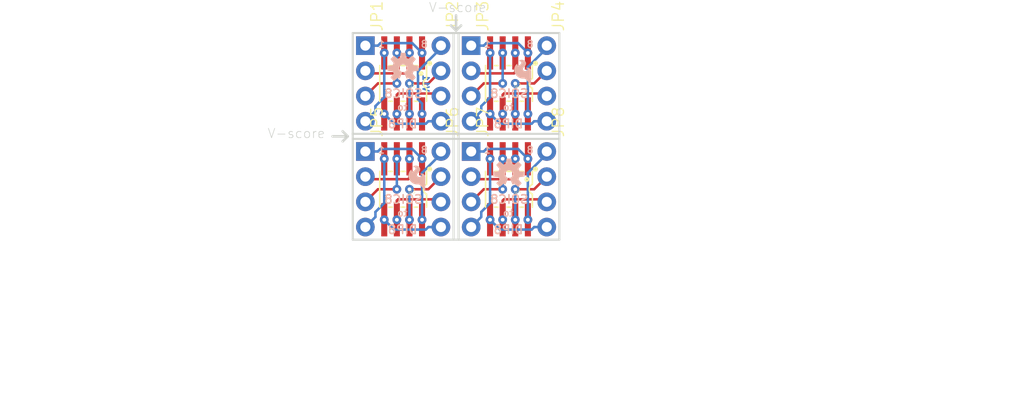
<source format=kicad_pcb>
(kicad_pcb (version 20211014) (generator pcbnew)
  (layers (0 "F.Cu" signal) (31 "B.Cu" signal) (34 "B.Paste" user) (35 "F.Paste" user) (36 "B.SilkS" user "B.Silkscreen") (37 "F.SilkS" user "F.Silkscreen") (38 "B.Mask" user) (39 "F.Mask" user) (44 "Edge.Cuts" user))
  (net 0 "")
  (net 1 "N$5")
  (net 2 "N$6")
  (net 3 "N$7")
  (net 4 "N$8")
  (net 5 "N$13")
  (net 6 "N$14")
  (net 7 "N$15")
  (net 8 "N$16")
  (net 9 "N$21")
  (net 10 "N$22")
  (net 11 "N$23")
  (net 12 "N$24")
  (net 13 "N$29")
  (net 14 "N$30")
  (net 15 "N$31")
  (net 16 "N$32")
  (net 17 "N$1")
  (net 18 "N$2")
  (net 19 "N$3")
  (net 20 "N$4")
  (net 21 "N$9")
  (net 22 "N$10")
  (net 23 "N$11")
  (net 24 "N$12")
  (net 25 "N$17")
  (net 26 "N$18")
  (net 27 "N$19")
  (net 28 "N$20")
  (net 29 "N$25")
  (net 30 "N$26")
  (net 31 "N$27")
  (net 32 "N$28")
  (footprint "boardEagle:1X04_NO_SILK" (layer "F.Cu") (at 140.3858 107.4293 -90)
    (fp_text reference "JP5" (at -1.3462 -1.8288 -90) (layer "F.SilkS") (effects (font (size 1.143 1.143) (thickness 0.127)) (justify left bottom)))
    (fp_text value "1x4")
    (pad "1" thru_hole rect (at 0 0) (size 1.8796 1.8796) (drill 1.016) (layers *.Cu *.Mask) (net 25 "N$17"))
    (pad "2" thru_hole circle (at 2.54 0) (size 1.8796 1.8796) (drill 1.016) (layers *.Cu *.Mask) (net 26 "N$18"))
    (pad "3" thru_hole circle (at 5.08 0) (size 1.8796 1.8796) (drill 1.016) (layers *.Cu *.Mask) (net 27 "N$19"))
    (pad "4" thru_hole circle (at 7.62 0) (size 1.8796 1.8796) (drill 1.016) (layers *.Cu *.Mask) (net 28 "N$20"))
  )
  (footprint "boardEagle:1X04_NO_SILK" (layer "F.Cu") (at 140.3858 96.7613 -90)
    (fp_text reference "JP1" (at -1.3462 -1.8288 -90) (layer "F.SilkS") (effects (font (size 1.143 1.143) (thickness 0.127)) (justify left bottom)))
    (fp_text value "1x4")
    (pad "1" thru_hole rect (at 0 0) (size 1.8796 1.8796) (drill 1.016) (layers *.Cu *.Mask) (net 17 "N$1"))
    (pad "2" thru_hole circle (at 2.54 0) (size 1.8796 1.8796) (drill 1.016) (layers *.Cu *.Mask) (net 18 "N$2"))
    (pad "3" thru_hole circle (at 5.08 0) (size 1.8796 1.8796) (drill 1.016) (layers *.Cu *.Mask) (net 19 "N$3"))
    (pad "4" thru_hole circle (at 7.62 0) (size 1.8796 1.8796) (drill 1.016) (layers *.Cu *.Mask) (net 20 "N$4"))
  )
  (footprint "boardEagle:SO08-UNIVERSAL" (layer "F.Cu") (at 154.8638 111.2393 180)
    (fp_text reference "U4" (at -1.27 0 180) (layer "F.SilkS") (effects (font (size 0.373888 0.373888) (thickness 0.032512)) (justify right top)))
    (fp_text value "GENERIC-SOIC8")
    (fp_line (start 2.362 1.803) (end 2.362 -1.803) (layer "F.SilkS") (width 0.1524))
    (fp_line (start -1.45 -1.8) (end -1.1 -1.8) (layer "F.SilkS") (width 0.1524))
    (fp_line (start -2.362 -1.803) (end -2.362 -0.497) (layer "F.SilkS") (width 0.1524))
    (fp_line (start -0.2 1.8) (end 0.2 1.8) (layer "F.SilkS") (width 0.1524))
    (fp_line (start 1.1 -1.8) (end 1.45 -1.8) (layer "F.SilkS") (width 0.1524))
    (fp_line (start -2.362 0.497) (end -2.362 1.803) (layer "F.SilkS") (width 0.1524))
    (fp_line (start -0.2 -1.8) (end 0.2 -1.8) (layer "F.SilkS") (width 0.1524))
    (fp_line (start 1.1 1.8) (end 1.45 1.8) (layer "F.SilkS") (width 0.1524))
    (fp_line (start -1.45 1.8) (end -1.1 1.8) (layer "F.SilkS") (width 0.1524))
    (fp_arc (start -2.35 -0.5) (mid -2.040982 -0.000001) (end -2.349998 0.499999) (layer "F.SilkS") (width 0.1524))
    (fp_circle (center -1.8034 0.9906) (end -1.6598 0.9906) (layer "F.SilkS") (width 0.2032) (fill none))
    (pad "1" smd rect (at -1.905 3.0734 180) (size 0.6096 3.3528) (layers "F.Cu" "F.Paste" "F.Mask") (net 29 "N$25"))
    (pad "2" smd rect (at -0.635 3.0734 180) (size 0.6096 3.3528) (layers "F.Cu" "F.Paste" "F.Mask") (net 30 "N$26"))
    (pad "3" smd rect (at 0.635 3.0734 180) (size 0.6096 3.3528) (layers "F.Cu" "F.Paste" "F.Mask") (net 31 "N$27"))
    (pad "4" smd rect (at 1.905 3.0734 180) (size 0.6096 3.3528) (layers "F.Cu" "F.Paste" "F.Mask") (net 32 "N$28"))
    (pad "5" smd rect (at 1.905 -3.0734 180) (size 0.6096 3.3528) (layers "F.Cu" "F.Paste" "F.Mask") (net 16 "N$32"))
    (pad "6" smd rect (at 0.635 -3.0734 180) (size 0.6096 3.3528) (layers "F.Cu" "F.Paste" "F.Mask") (net 15 "N$31"))
    (pad "7" smd rect (at -0.635 -3.0734 180) (size 0.6096 3.3528) (layers "F.Cu" "F.Paste" "F.Mask") (net 14 "N$30"))
    (pad "8" smd rect (at -1.905 -3.0734 180) (size 0.6096 3.3528) (layers "F.Cu" "F.Paste" "F.Mask") (net 13 "N$29"))
  )
  (footprint "boardEagle:CREATIVE_COMMONS" (layer "F.Cu") (at 123.8758 134.0993)
    (fp_text reference "FRAME1" hide)
    (fp_text value "frame" hide)
  )
  (footprint "boardEagle:1X04_NO_SILK" (layer "F.Cu") (at 151.0538 107.4293 -90)
    (fp_text reference "JP7" (at -1.3462 -1.8288 -90) (layer "F.SilkS") (effects (font (size 1.143 1.143) (thickness 0.127)) (justify left bottom)))
    (fp_text value "1x4")
    (pad "1" thru_hole rect (at 0 0) (size 1.8796 1.8796) (drill 1.016) (layers *.Cu *.Mask) (net 29 "N$25"))
    (pad "2" thru_hole circle (at 2.54 0) (size 1.8796 1.8796) (drill 1.016) (layers *.Cu *.Mask) (net 30 "N$26"))
    (pad "3" thru_hole circle (at 5.08 0) (size 1.8796 1.8796) (drill 1.016) (layers *.Cu *.Mask) (net 31 "N$27"))
    (pad "4" thru_hole circle (at 7.62 0) (size 1.8796 1.8796) (drill 1.016) (layers *.Cu *.Mask) (net 32 "N$28"))
  )
  (footprint "boardEagle:1X04_NO_SILK_ALL_ROUND" (layer "F.Cu") (at 158.6738 107.4293 -90)
    (fp_text reference "JP8" (at -1.3462 -1.8288 -90) (layer "F.SilkS") (effects (font (size 1.143 1.143) (thickness 0.127)) (justify left bottom)))
    (fp_text value "1x4")
    (pad "1" thru_hole circle (at 0 0) (size 1.8796 1.8796) (drill 1.016) (layers *.Cu *.Mask) (net 13 "N$29"))
    (pad "2" thru_hole circle (at 2.54 0) (size 1.8796 1.8796) (drill 1.016) (layers *.Cu *.Mask) (net 14 "N$30"))
    (pad "3" thru_hole circle (at 5.08 0) (size 1.8796 1.8796) (drill 1.016) (layers *.Cu *.Mask) (net 15 "N$31"))
    (pad "4" thru_hole circle (at 7.62 0) (size 1.8796 1.8796) (drill 1.016) (layers *.Cu *.Mask) (net 16 "N$32"))
  )
  (footprint "boardEagle:SO08-UNIVERSAL" (layer "F.Cu") (at 144.1958 100.5713 180)
    (fp_text reference "U1" (at -1.27 0 180) (layer "F.SilkS") (effects (font (size 0.373888 0.373888) (thickness 0.032512)) (justify right top)))
    (fp_text value "GENERIC-SOIC8")
    (fp_line (start -2.362 0.497) (end -2.362 1.803) (layer "F.SilkS") (width 0.1524))
    (fp_line (start -0.2 1.8) (end 0.2 1.8) (layer "F.SilkS") (width 0.1524))
    (fp_line (start -1.45 1.8) (end -1.1 1.8) (layer "F.SilkS") (width 0.1524))
    (fp_line (start 1.1 1.8) (end 1.45 1.8) (layer "F.SilkS") (width 0.1524))
    (fp_line (start -2.362 -1.803) (end -2.362 -0.497) (layer "F.SilkS") (width 0.1524))
    (fp_line (start -0.2 -1.8) (end 0.2 -1.8) (layer "F.SilkS") (width 0.1524))
    (fp_line (start -1.45 -1.8) (end -1.1 -1.8) (layer "F.SilkS") (width 0.1524))
    (fp_line (start 1.1 -1.8) (end 1.45 -1.8) (layer "F.SilkS") (width 0.1524))
    (fp_line (start 2.362 1.803) (end 2.362 -1.803) (layer "F.SilkS") (width 0.1524))
    (fp_arc (start -2.35 -0.5) (mid -2.040982 -0.000001) (end -2.349998 0.499999) (layer "F.SilkS") (width 0.1524))
    (fp_circle (center -1.8034 0.9906) (end -1.6598 0.9906) (layer "F.SilkS") (width 0.2032) (fill none))
    (pad "1" smd rect (at -1.905 3.0734 180) (size 0.6096 3.3528) (layers "F.Cu" "F.Paste" "F.Mask") (net 17 "N$1"))
    (pad "2" smd rect (at -0.635 3.0734 180) (size 0.6096 3.3528) (layers "F.Cu" "F.Paste" "F.Mask") (net 18 "N$2"))
    (pad "3" smd rect (at 0.635 3.0734 180) (size 0.6096 3.3528) (layers "F.Cu" "F.Paste" "F.Mask") (net 19 "N$3"))
    (pad "4" smd rect (at 1.905 3.0734 180) (size 0.6096 3.3528) (layers "F.Cu" "F.Paste" "F.Mask") (net 20 "N$4"))
    (pad "5" smd rect (at 1.905 -3.0734 180) (size 0.6096 3.3528) (layers "F.Cu" "F.Paste" "F.Mask") (net 4 "N$8"))
    (pad "6" smd rect (at 0.635 -3.0734 180) (size 0.6096 3.3528) (layers "F.Cu" "F.Paste" "F.Mask") (net 3 "N$7"))
    (pad "7" smd rect (at -0.635 -3.0734 180) (size 0.6096 3.3528) (layers "F.Cu" "F.Paste" "F.Mask") (net 2 "N$6"))
    (pad "8" smd rect (at -1.905 -3.0734 180) (size 0.6096 3.3528) (layers "F.Cu" "F.Paste" "F.Mask") (net 1 "N$5"))
  )
  (footprint "boardEagle:SO08-UNIVERSAL" (layer "F.Cu") (at 154.8638 100.5713 180)
    (fp_text reference "U2" (at -1.27 0 180) (layer "F.SilkS") (effects (font (size 0.373888 0.373888) (thickness 0.032512)) (justify right top)))
    (fp_text value "GENERIC-SOIC8")
    (fp_line (start -1.45 1.8) (end -1.1 1.8) (layer "F.SilkS") (width 0.1524))
    (fp_line (start -1.45 -1.8) (end -1.1 -1.8) (layer "F.SilkS") (width 0.1524))
    (fp_line (start -2.362 -1.803) (end -2.362 -0.497) (layer "F.SilkS") (width 0.1524))
    (fp_line (start -0.2 -1.8) (end 0.2 -1.8) (layer "F.SilkS") (width 0.1524))
    (fp_line (start -0.2 1.8) (end 0.2 1.8) (layer "F.SilkS") (width 0.1524))
    (fp_line (start -2.362 0.497) (end -2.362 1.803) (layer "F.SilkS") (width 0.1524))
    (fp_line (start 2.362 1.803) (end 2.362 -1.803) (layer "F.SilkS") (width 0.1524))
    (fp_line (start 1.1 -1.8) (end 1.45 -1.8) (layer "F.SilkS") (width 0.1524))
    (fp_line (start 1.1 1.8) (end 1.45 1.8) (layer "F.SilkS") (width 0.1524))
    (fp_arc (start -2.35 -0.5) (mid -2.040982 -0.000001) (end -2.349998 0.499999) (layer "F.SilkS") (width 0.1524))
    (fp_circle (center -1.8034 0.9906) (end -1.6598 0.9906) (layer "F.SilkS") (width 0.2032) (fill none))
    (pad "1" smd rect (at -1.905 3.0734 180) (size 0.6096 3.3528) (layers "F.Cu" "F.Paste" "F.Mask") (net 21 "N$9"))
    (pad "2" smd rect (at -0.635 3.0734 180) (size 0.6096 3.3528) (layers "F.Cu" "F.Paste" "F.Mask") (net 22 "N$10"))
    (pad "3" smd rect (at 0.635 3.0734 180) (size 0.6096 3.3528) (layers "F.Cu" "F.Paste" "F.Mask") (net 23 "N$11"))
    (pad "4" smd rect (at 1.905 3.0734 180) (size 0.6096 3.3528) (layers "F.Cu" "F.Paste" "F.Mask") (net 24 "N$12"))
    (pad "5" smd rect (at 1.905 -3.0734 180) (size 0.6096 3.3528) (layers "F.Cu" "F.Paste" "F.Mask") (net 8 "N$16"))
    (pad "6" smd rect (at 0.635 -3.0734 180) (size 0.6096 3.3528) (layers "F.Cu" "F.Paste" "F.Mask") (net 7 "N$15"))
    (pad "7" smd rect (at -0.635 -3.0734 180) (size 0.6096 3.3528) (layers "F.Cu" "F.Paste" "F.Mask") (net 6 "N$14"))
    (pad "8" smd rect (at -1.905 -3.0734 180) (size 0.6096 3.3528) (layers "F.Cu" "F.Paste" "F.Mask") (net 5 "N$13"))
  )
  (footprint "boardEagle:1X04_NO_SILK_ALL_ROUND" (layer "F.Cu") (at 148.0058 107.4293 -90)
    (fp_text reference "JP6" (at -1.3462 -1.8288 -90) (layer "F.SilkS") (effects (font (size 1.143 1.143) (thickness 0.127)) (justify left bottom)))
    (fp_text value "1x4")
    (pad "1" thru_hole circle (at 0 0) (size 1.8796 1.8796) (drill 1.016) (layers *.Cu *.Mask) (net 12 "N$24"))
    (pad "2" thru_hole circle (at 2.54 0) (size 1.8796 1.8796) (drill 1.016) (layers *.Cu *.Mask) (net 11 "N$23"))
    (pad "3" thru_hole circle (at 5.08 0) (size 1.8796 1.8796) (drill 1.016) (layers *.Cu *.Mask) (net 10 "N$22"))
    (pad "4" thru_hole circle (at 7.62 0) (size 1.8796 1.8796) (drill 1.016) (layers *.Cu *.Mask) (net 9 "N$21"))
  )
  (footprint "boardEagle:1X04_NO_SILK_ALL_ROUND" (layer "F.Cu") (at 148.0058 96.7613 -90)
    (fp_text reference "JP2" (at -1.3462 -1.8288 -90) (layer "F.SilkS") (effects (font (size 1.143 1.143) (thickness 0.127)) (justify left bottom)))
    (fp_text value "1x4")
    (pad "1" thru_hole circle (at 0 0) (size 1.8796 1.8796) (drill 1.016) (layers *.Cu *.Mask) (net 1 "N$5"))
    (pad "2" thru_hole circle (at 2.54 0) (size 1.8796 1.8796) (drill 1.016) (layers *.Cu *.Mask) (net 2 "N$6"))
    (pad "3" thru_hole circle (at 5.08 0) (size 1.8796 1.8796) (drill 1.016) (layers *.Cu *.Mask) (net 3 "N$7"))
    (pad "4" thru_hole circle (at 7.62 0) (size 1.8796 1.8796) (drill 1.016) (layers *.Cu *.Mask) (net 4 "N$8"))
  )
  (footprint "boardEagle:1X04_NO_SILK_ALL_ROUND" (layer "F.Cu") (at 158.6738 96.7613 -90)
    (fp_text reference "JP4" (at -1.3462 -1.8288 -90) (layer "F.SilkS") (effects (font (size 1.143 1.143) (thickness 0.127)) (justify left bottom)))
    (fp_text value "1x4")
    (pad "1" thru_hole circle (at 0 0) (size 1.8796 1.8796) (drill 1.016) (layers *.Cu *.Mask) (net 5 "N$13"))
    (pad "2" thru_hole circle (at 2.54 0) (size 1.8796 1.8796) (drill 1.016) (layers *.Cu *.Mask) (net 6 "N$14"))
    (pad "3" thru_hole circle (at 5.08 0) (size 1.8796 1.8796) (drill 1.016) (layers *.Cu *.Mask) (net 7 "N$15"))
    (pad "4" thru_hole circle (at 7.62 0) (size 1.8796 1.8796) (drill 1.016) (layers *.Cu *.Mask) (net 8 "N$16"))
  )
  (footprint "boardEagle:SO08-UNIVERSAL" (layer "F.Cu") (at 144.1958 111.2393 180)
    (fp_text reference "U3" (at -1.27 0 180) (layer "F.SilkS") (effects (font (size 0.373888 0.373888) (thickness 0.032512)) (justify right top)))
    (fp_text value "GENERIC-SOIC8")
    (fp_line (start -0.2 1.8) (end 0.2 1.8) (layer "F.SilkS") (width 0.1524))
    (fp_line (start -2.362 -1.803) (end -2.362 -0.497) (layer "F.SilkS") (width 0.1524))
    (fp_line (start 1.1 -1.8) (end 1.45 -1.8) (layer "F.SilkS") (width 0.1524))
    (fp_line (start -0.2 -1.8) (end 0.2 -1.8) (layer "F.SilkS") (width 0.1524))
    (fp_line (start 1.1 1.8) (end 1.45 1.8) (layer "F.SilkS") (width 0.1524))
    (fp_line (start -1.45 -1.8) (end -1.1 -1.8) (layer "F.SilkS") (width 0.1524))
    (fp_line (start -2.362 0.497) (end -2.362 1.803) (layer "F.SilkS") (width 0.1524))
    (fp_line (start 2.362 1.803) (end 2.362 -1.803) (layer "F.SilkS") (width 0.1524))
    (fp_line (start -1.45 1.8) (end -1.1 1.8) (layer "F.SilkS") (width 0.1524))
    (fp_arc (start -2.35 -0.5) (mid -2.040982 -0.000001) (end -2.349998 0.499999) (layer "F.SilkS") (width 0.1524))
    (fp_circle (center -1.8034 0.9906) (end -1.6598 0.9906) (layer "F.SilkS") (width 0.2032) (fill none))
    (pad "1" smd rect (at -1.905 3.0734 180) (size 0.6096 3.3528) (layers "F.Cu" "F.Paste" "F.Mask") (net 25 "N$17"))
    (pad "2" smd rect (at -0.635 3.0734 180) (size 0.6096 3.3528) (layers "F.Cu" "F.Paste" "F.Mask") (net 26 "N$18"))
    (pad "3" smd rect (at 0.635 3.0734 180) (size 0.6096 3.3528) (layers "F.Cu" "F.Paste" "F.Mask") (net 27 "N$19"))
    (pad "4" smd rect (at 1.905 3.0734 180) (size 0.6096 3.3528) (layers "F.Cu" "F.Paste" "F.Mask") (net 28 "N$20"))
    (pad "5" smd rect (at 1.905 -3.0734 180) (size 0.6096 3.3528) (layers "F.Cu" "F.Paste" "F.Mask") (net 9 "N$21"))
    (pad "6" smd rect (at 0.635 -3.0734 180) (size 0.6096 3.3528) (layers "F.Cu" "F.Paste" "F.Mask") (net 10 "N$22"))
    (pad "7" smd rect (at -0.635 -3.0734 180) (size 0.6096 3.3528) (layers "F.Cu" "F.Paste" "F.Mask") (net 11 "N$23"))
    (pad "8" smd rect (at -1.905 -3.0734 180) (size 0.6096 3.3528) (layers "F.Cu" "F.Paste" "F.Mask") (net 12 "N$24"))
  )
  (footprint "boardEagle:1X04_NO_SILK" (layer "F.Cu") (at 151.0538 96.7613 -90)
    (fp_text reference "JP3" (at -1.3462 -1.8288 -90) (layer "F.SilkS") (effects (font (size 1.143 1.143) (thickness 0.127)) (justify left bottom)))
    (fp_text value "1x4")
    (pad "1" thru_hole rect (at 0 0) (size 1.8796 1.8796) (drill 1.016) (layers *.Cu *.Mask) (net 21 "N$9"))
    (pad "2" thru_hole circle (at 2.54 0) (size 1.8796 1.8796) (drill 1.016) (layers *.Cu *.Mask) (net 22 "N$10"))
    (pad "3" thru_hole circle (at 5.08 0) (size 1.8796 1.8796) (drill 1.016) (layers *.Cu *.Mask) (net 23 "N$11"))
    (pad "4" thru_hole circle (at 7.62 0) (size 1.8796 1.8796) (drill 1.016) (layers *.Cu *.Mask) (net 24 "N$12"))
  )
  (footprint "boardEagle:OSHW-LOGO-S" (layer "B.Cu") (at 154.8638 109.7153 180)
    (fp_text reference "LOGO3" hide)
    (fp_text value "OSHW-LOGOS" hide)
    (fp_poly (pts (xy 0.301647 1.061351) (xy 0.42347 1.022344) (xy 0.537177 0.963769) (xy 0.92862 1.282946) (xy 1.282946 0.92862) (xy 0.961035 0.533823) (xy 1.057046 0.302084) (xy 1.5638 0.250561) (xy 1.5638 -0.250561) (xy 1.057046 -0.302084) (xy 0.961035 -0.533823) (xy 1.282946 -0.92862) (xy 0.92862 -1.282946) (xy 0.537177 -0.96377) (xy 0.356601 -1.056794) (xy 0.088679 -0.410073) (xy 0.326262 -0.2176) (xy 0.373649 -0.121468) (xy 0.392729 -0.010339) (xy 0.379464 0.101634) (xy 0.334947 0.205229) (xy 0.262842 0.291918) (xy 0.169087 0.354561) (xy 0.061406 0.387999) (xy -0.051342 0.38948) (xy -0.159868 0.358881) (xy -0.255234 0.298724) (xy -0.329589 0.213962) (xy -0.376813 0.111569) (xy -0.392176 0.005767) (xy -0.322923 -0.222565) (xy -0.249312 -0.303773) (xy 0.091677 -0.5081) (xy -0.12929 -0.5081) (xy -0.355332 -1.053732) (xy -0.506597 -0.983577) (xy -0.538922 -0.965192) (xy -0.92862 -1.282946) (xy -1.282946 -0.92862) (xy -0.961035 -0.533823) (xy -1.057046 -0.302084) (xy -1.5638 -0.250561) (xy -1.5638 0.250561) (xy -1.057046 0.302084) (xy -0.961035 0.533823) (xy -1.282946 0.92862) (xy -0.92862 1.282946) (xy -0.533823 0.961035) (xy -0.302084 1.057046) (xy -0.250561 1.5638) (xy 0.250561 1.5638)) (layer "B.SilkS") (width 0) (fill solid))
  )
  (footprint "boardEagle:SFE_LOGO_FLAME_.1@1" (layer "B.Cu") (at 146.7358 111.7473 180)
    (fp_text reference "LOGO4" hide)
    (fp_text value "SFE_LOGO_FLAME.1_INCH" hide)
    (fp_poly (pts (xy 1.400856 2.872412) (xy 1.481136 2.832272) (xy 1.541341 2.802169) (xy 1.581668 2.771924) (xy 1.596132 2.75746) (xy 1.5794 2.75746) (xy 1.5594 2.76746) (xy 1.500312 2.76746) (xy 1.460557 2.757521) (xy 1.410831 2.747576) (xy 1.37134 2.72783) (xy 1.331871 2.698229) (xy 1.312203 2.668726) (xy 1.302353 2.649026) (xy 1.29254 2.619587) (xy 1.29254 2.560312) (xy 1.302357 2.521042) (xy 1.341973 2.461619) (xy 1.401668 2.401924) (xy 1.441472 2.372071) (xy 1.471274 2.352203) (xy 1.510888 2.332396) (xy 1.590312 2.31254) (xy 1.619587 2.31254) (xy 1.648629 2.322221) (xy 1.677912 2.351504) (xy 1.687647 2.370974) (xy 1.69746 2.400413) (xy 1.69746 2.494583) (xy 1.781656 2.44196) (xy 1.862034 2.351535) (xy 1.932311 2.2411) (xy 1.982465 2.090639) (xy 2.012554 1.930162) (xy 2.002521 1.759598) (xy 1.952375 1.569045) (xy 1.852125 1.388595) (xy 1.781908 1.298316) (xy 1.701736 1.218144) (xy 1.621502 1.147939) (xy 1.521132 1.087717) (xy 1.420808 1.047588) (xy 1.310544 1.017516) (xy 1.19021 0.99746) (xy 1.000208 0.99746) (xy 0.940894 0.987574) (xy 0.841574 0.927982) (xy 0.741869 0.828277) (xy 0.681929 0.758347) (xy 0.621865 0.688273) (xy 0.501876 0.568284) (xy 0.451878 0.508285) (xy 0.402017 0.458425) (xy 0.372017 0.408425) (xy 0.32254 0.358948) (xy 0.32254 0.35254) (xy 0.31746 0.35254) (xy 0.31746 1.730158) (xy 0.327504 1.810509) (xy 0.34765 1.88102) (xy 0.377822 1.931307) (xy 0.408057 1.981698) (xy 0.458444 2.022008) (xy 0.498745 2.052234) (xy 0.549273 2.072445) (xy 0.599542 2.082499) (xy 0.65979 2.09254) (xy 0.7806 2.09254) (xy 0.824288 2.070696) (xy 0.811505 2.057912) (xy 0.791136 2.047728) (xy 0.770974 2.037647) (xy 0.741372 2.02778) (xy 0.68222 1.968628) (xy 0.67254 1.939587) (xy 0.67254 1.900413) (xy 0.682303 1.871124) (xy 0.701973 1.841619) (xy 0.761428 1.782164) (xy 0.810723 1.762446) (xy 0.860253 1.75254) (xy 0.939688 1.75254) (xy 1.018958 1.772357) (xy 1.078263 1.811894) (xy 1.117733 1.861232) (xy 1.13746 1.920413) (xy 1.13746 1.98954) (xy 1.107815 2.068593) (xy 1.038151 2.138257) (xy 0.958095 2.22832) (xy 0.887911 2.308531) (xy 0.837601 2.399089) (xy 0.81746 2.489721) (xy 0.81746 2.570412) (xy 0.847686 2.66109) (xy 0.898085 2.741728) (xy 0.988603 2.812131) (xy 1.099143 2.872426) (xy 1.209771 2.89254) (xy 1.310279 2.89254)) (layer "B.SilkS") (width 0) (fill solid))
  )
  (footprint "boardEagle:SFE_LOGO_FLAME_.1" (layer "B.Cu") (at 157.4038 101.0793 180)
    (fp_text reference "LOGO1" hide)
    (fp_text value "SFE_LOGO_FLAME.1_INCH" hide)
    (fp_poly (pts (xy 1.401686 2.874747) (xy 1.542639 2.804271) (xy 1.583284 2.773787) (xy 1.602071 2.755) (xy 1.57882 2.755) (xy 1.55882 2.765) (xy 1.500617 2.765) (xy 1.461097 2.75512) (xy 1.411636 2.745228) (xy 1.37264 2.72573) (xy 1.333685 2.696514) (xy 1.314332 2.667484) (xy 1.30463 2.64808) (xy 1.295 2.61919) (xy 1.295 2.560617) (xy 1.304641 2.522052) (xy 1.343884 2.463188) (xy 1.403288 2.403784) (xy 1.442888 2.374084) (xy 1.472516 2.354332) (xy 1.511743 2.334719) (xy 1.590617 2.315) (xy 1.61919 2.315) (xy 1.647297 2.324369) (xy 1.675892 2.352964) (xy 1.68537 2.37192) (xy 1.695 2.40081) (xy 1.695 2.499021) (xy 1.78326 2.443859) (xy 1.864003 2.353022) (xy 1.934549 2.242165) (xy 1.984851 2.091257) (xy 2.015027 1.930319) (xy 2.004962 1.759209) (xy 1.954676 1.56812) (xy 1.854184 1.387235) (xy 1.783756 1.296685) (xy 1.703418 1.216347) (xy 1.622956 1.145943) (xy 1.522229 1.085506) (xy 1.421591 1.045251) (xy 1.311072 1.01511) (xy 1.190414 0.995) (xy 1.000414 0.995) (xy 0.941757 0.985224) (xy 0.843104 0.926032) (xy 0.743664 0.826592) (xy 0.623671 0.6866) (xy 0.503691 0.566619) (xy 0.453696 0.506625) (xy 0.403968 0.456896) (xy 0.373971 0.4069) (xy 0.315 0.347929) (xy 0.315 1.730311) (xy 0.325086 1.811003) (xy 0.345373 1.882007) (xy 0.406175 1.983343) (xy 0.456938 2.023953) (xy 0.497529 2.054397) (xy 0.548569 2.074813) (xy 0.599098 2.084919) (xy 0.659586 2.095) (xy 0.78118 2.095) (xy 0.828441 2.07137) (xy 0.812962 2.055891) (xy 0.771918 2.035369) (xy 0.742703 2.025631) (xy 0.684369 1.967297) (xy 0.675 1.93919) (xy 0.675 1.90081) (xy 0.684531 1.872218) (xy 0.703884 1.843188) (xy 0.762812 1.78426) (xy 0.811428 1.764814) (xy 0.860496 1.755) (xy 0.939383 1.755) (xy 1.017948 1.774641) (xy 1.076582 1.813731) (xy 1.115539 1.862427) (xy 1.135 1.92081) (xy 1.135 1.989092) (xy 1.105698 2.06723) (xy 1.036361 2.136568) (xy 0.95625 2.226693) (xy 0.885887 2.307107) (xy 0.835277 2.398207) (xy 0.815 2.489451) (xy 0.815 2.570811) (xy 0.845445 2.662146) (xy 0.89623 2.743402) (xy 0.98725 2.814195) (xy 1.098313 2.874775) (xy 1.209549 2.895) (xy 1.310549 2.895)) (layer "B.SilkS") (width 0) (fill solid))
  )
  (footprint "boardEagle:OSHW-LOGO-S" (layer "B.Cu") (at 144.1958 99.0473 180)
    (fp_text reference "LOGO2" hide)
    (fp_text value "OSHW-LOGOS" hide)
    (fp_poly (pts (xy 0.301647 1.061351) (xy 0.42347 1.022344) (xy 0.537177 0.963769) (xy 0.92862 1.282946) (xy 1.282946 0.92862) (xy 0.961035 0.533823) (xy 1.057046 0.302084) (xy 1.5638 0.250561) (xy 1.5638 -0.250561) (xy 1.057046 -0.302084) (xy 0.961035 -0.533823) (xy 1.282946 -0.92862) (xy 0.92862 -1.282946) (xy 0.537177 -0.96377) (xy 0.356601 -1.056794) (xy 0.088679 -0.410073) (xy 0.326262 -0.2176) (xy 0.373649 -0.121468) (xy 0.392729 -0.010339) (xy 0.379464 0.101634) (xy 0.334947 0.205229) (xy 0.262842 0.291918) (xy 0.169087 0.354561) (xy 0.061406 0.387999) (xy -0.051342 0.38948) (xy -0.159868 0.358881) (xy -0.255234 0.298724) (xy -0.329589 0.213962) (xy -0.376813 0.111569) (xy -0.392176 0.005767) (xy -0.322923 -0.222565) (xy -0.249312 -0.303773) (xy 0.091677 -0.5081) (xy -0.12929 -0.5081) (xy -0.355332 -1.053732) (xy -0.506597 -0.983577) (xy -0.538922 -0.965192) (xy -0.92862 -1.282946) (xy -1.282946 -0.92862) (xy -0.961035 -0.533823) (xy -1.057046 -0.302084) (xy -1.5638 -0.250561) (xy -1.5638 0.250561) (xy -1.057046 0.302084) (xy -0.961035 0.533823) (xy -1.282946 0.92862) (xy -0.92862 1.282946) (xy -0.533823 0.961035) (xy -0.302084 1.057046) (xy -0.250561 1.5638) (xy 0.250561 1.5638)) (layer "B.SilkS") (width 0) (fill solid))
  )
  (gr_circle (center 157.5308 109.2073) (end 157.6578 109.2073) (layer "F.SilkS") (width 0.254) (fill none))
  (gr_circle (center 146.8628 98.5393) (end 146.9898 98.5393) (layer "F.SilkS") (width 0.254) (fill none))
  (gr_circle (center 146.8628 109.2073) (end 146.9898 109.2073) (layer "F.SilkS") (width 0.254) (fill none))
  (gr_circle (center 157.5308 98.5393) (end 157.6578 98.5393) (layer "F.SilkS") (width 0.254) (fill none))
  (gr_line (start 149.0218 94.7293) (end 149.5298 95.2373) (layer "Edge.Cuts") (width 0.254))
  (gr_line (start 139.1158 116.3193) (end 149.7838 116.3193) (layer "Edge.Cuts") (width 0.2032))
  (gr_line (start 149.7838 95.4913) (end 149.7838 116.3193) (layer "Edge.Cuts") (width 0.2032))
  (gr_line (start 149.2758 95.4913) (end 149.2758 116.3193) (layer "Edge.Cuts") (width 0.2032))
  (gr_line (start 139.1158 105.6513) (end 139.1158 116.3193) (layer "Edge.Cuts") (width 0.2032))
  (gr_line (start 149.7838 116.3193) (end 159.9438 116.3193) (layer "Edge.Cuts") (width 0.2032))
  (gr_line (start 159.9438 116.3193) (end 159.9438 105.6513) (layer "Edge.Cuts") (width 0.2032))
  (gr_line (start 159.9438 105.6513) (end 159.9438 95.4913) (layer "Edge.Cuts") (width 0.2032))
  (gr_line (start 149.7838 95.4913) (end 139.1158 95.4913) (layer "Edge.Cuts") (width 0.2032))
  (gr_line (start 138.3538 105.9053) (end 137.0838 105.9053) (layer "Edge.Cuts") (width 0.254))
  (gr_line (start 139.1158 95.4913) (end 139.1158 105.6513) (layer "Edge.Cuts") (width 0.2032))
  (gr_line (start 139.1158 106.1593) (end 159.9438 106.1593) (layer "Edge.Cuts") (width 0.2032))
  (gr_line (start 138.0998 106.4133) (end 138.6078 105.9053) (layer "Edge.Cuts") (width 0.254))
  (gr_line (start 139.1158 105.6513) (end 159.9438 105.6513) (layer "Edge.Cuts") (width 0.2032))
  (gr_line (start 138.6078 105.9053) (end 138.0998 105.3973) (layer "Edge.Cuts") (width 0.254))
  (gr_line (start 149.5298 94.9833) (end 149.5298 93.7133) (layer "Edge.Cuts") (width 0.254))
  (gr_line (start 149.5298 95.2373) (end 150.0378 94.7293) (layer "Edge.Cuts") (width 0.254))
  (gr_line (start 159.9438 95.4913) (end 149.7838 95.4913) (layer "Edge.Cuts") (width 0.2032))
  (gr_text "V11" (at 146.8374 99.6061 -90) (layer "B.Cu") (effects (font (size 0.6096 0.6096) (thickness 0.2032)) (justify right top mirror)))
  (gr_text "8" (at 157.4038 107.6833) (layer "B.SilkS") (effects (font (size 0.69088 0.69088) (thickness 0.12192)) (justify left bottom mirror)))
  (gr_text "8" (at 157.4038 97.0153) (layer "B.SilkS") (effects (font (size 0.69088 0.69088) (thickness 0.12192)) (justify left bottom mirror)))
  (gr_text "8" (at 146.7358 97.0153) (layer "B.SilkS") (effects (font (size 0.69088 0.69088) (thickness 0.12192)) (justify left bottom mirror)))
  (gr_text "DIP8" (at 145.7198 105.1433) (layer "B.SilkS") (effects (font (size 0.8636 0.8636) (thickness 0.1524)) (justify left bottom mirror)))
  (gr_text "SOIC8" (at 156.8958 102.0953) (layer "B.SilkS") (effects (font (size 0.8636 0.8636) (thickness 0.1524)) (justify left bottom mirror)))
  (gr_text "SOIC8" (at 156.8958 112.7633) (layer "B.SilkS") (effects (font (size 0.8636 0.8636) (thickness 0.1524)) (justify left bottom mirror)))
  (gr_text "DIP8" (at 156.3878 105.1433) (layer "B.SilkS") (effects (font (size 0.8636 0.8636) (thickness 0.1524)) (justify left bottom mirror)))
  (gr_text "SOIC8" (at 146.2278 112.7633) (layer "B.SilkS") (effects (font (size 0.8636 0.8636) (thickness 0.1524)) (justify left bottom mirror)))
  (gr_text "SOIC8" (at 146.2278 102.0953) (layer "B.SilkS") (effects (font (size 0.8636 0.8636) (thickness 0.1524)) (justify left bottom mirror)))
  (gr_text "to" (at 144.7038 103.3653) (layer "B.SilkS") (effects (font (size 0.69088 0.69088) (thickness 0.12192)) (justify left bottom mirror)))
  (gr_text "DIP8" (at 145.7198 115.8113) (layer "B.SilkS") (effects (font (size 0.8636 0.8636) (thickness 0.1524)) (justify left bottom mirror)))
  (gr_text "DIP8" (at 156.3878 115.8113) (layer "B.SilkS") (effects (font (size 0.8636 0.8636) (thickness 0.1524)) (justify left bottom mirror)))
  (gr_text "to" (at 155.3718 103.3653) (layer "B.SilkS") (effects (font (size 0.69088 0.69088) (thickness 0.12192)) (justify left bottom mirror)))
  (gr_text "to" (at 144.7038 114.0333) (layer "B.SilkS") (effects (font (size 0.69088 0.69088) (thickness 0.12192)) (justify left bottom mirror)))
  (gr_text "1" (at 153.0858 107.6833) (layer "B.SilkS") (effects (font (size 0.69088 0.69088) (thickness 0.12192)) (justify left bottom mirror)))
  (gr_text "8" (at 146.7358 107.6833) (layer "B.SilkS") (effects (font (size 0.69088 0.69088) (thickness 0.12192)) (justify left bottom mirror)))
  (gr_text "1" (at 142.4178 107.6833) (layer "B.SilkS") (effects (font (size 0.69088 0.69088) (thickness 0.12192)) (justify left bottom mirror)))
  (gr_text "1" (at 142.4178 97.0153) (layer "B.SilkS") (effects (font (size 0.69088 0.69088) (thickness 0.12192)) (justify left bottom mirror)))
  (gr_text "1" (at 153.0858 97.0153) (layer "B.SilkS") (effects (font (size 0.69088 0.69088) (thickness 0.12192)) (justify left bottom mirror)))
  (gr_text "to" (at 155.3718 114.0333) (layer "B.SilkS") (effects (font (size 0.69088 0.69088) (thickness 0.12192)) (justify left bottom mirror)))
  (gr_text "V-score" (at 146.7358 93.4593) (layer "Edge.Cuts") (effects (font (size 0.94488 0.94488) (thickness 0.07112)) (justify left bottom)))
  (gr_text "V-score" (at 130.4798 106.1593) (layer "Edge.Cuts") (effects (font (size 0.94488 0.94488) (thickness 0.07112)) (justify left bottom)))
  (segment (start 146.1008 104.2543) (end 146.2278 104.3813) (width 0.254) (layer "F.Cu") (net 1))
  (segment (start 146.1008 103.6447) (end 146.1008 104.2543) (width 0.254) (layer "F.Cu") (net 1))
  (via (at 146.1008 103.6447) (size 0.889) (drill 0.381) (layers "F.Cu" "B.Cu") (net 1))
  (segment (start 146.1008 102.6033) (end 145.6944 102.1969) (width 0.254) (layer "B.Cu") (net 1))
  (segment (start 148.0058 96.7613) (end 148.0058 97.0153) (width 0.254) (layer "B.Cu") (net 1))
  (segment (start 148.0058 97.0153) (end 145.6944 99.3267) (width 0.254) (layer "B.Cu") (net 1))
  (segment (start 146.1008 103.6447) (end 146.1008 102.6033) (width 0.254) (layer "B.Cu") (net 1))
  (segment (start 145.6944 102.1969) (end 145.6944 99.3267) (width 0.254) (layer "B.Cu") (net 1))
  (segment (start 146.7358 100.5713) (end 148.0058 99.3013) (width 0.254) (layer "F.Cu") (net 2))
  (segment (start 146.7358 100.5713) (end 144.8308 100.5713) (width 0.254) (layer "F.Cu") (net 2))
  (via (at 144.8308 100.5713) (size 0.889) (drill 0.381) (layers "F.Cu" "B.Cu") (net 2))
  (via (at 144.8308 103.6447) (size 0.889) (drill 0.381) (layers "F.Cu" "B.Cu") (net 2))
  (segment (start 144.8308 100.5713) (end 144.8308 103.6447) (width 0.254) (layer "B.Cu") (net 2))
  (segment (start 143.5608 101.7143) (end 143.6878 101.5873) (width 0.254) (layer "F.Cu") (net 3))
  (segment (start 143.5608 103.6447) (end 143.5608 101.7143) (width 0.254) (layer "F.Cu") (net 3))
  (segment (start 148.0058 101.8413) (end 147.7518 101.5873) (width 0.254) (layer "F.Cu") (net 3))
  (segment (start 147.7518 101.5873) (end 143.6878 101.5873) (width 0.254) (layer "F.Cu") (net 3))
  (via (at 143.5608 103.6447) (size 0.889) (drill 0.381) (layers "F.Cu" "B.Cu") (net 3))
  (via (at 142.2908 103.6447) (size 0.889) (drill 0.381) (layers "F.Cu" "B.Cu") (net 4))
  (segment (start 146.7358 104.3813) (end 148.0058 104.3813) (width 0.254) (layer "B.Cu") (net 4))
  (segment (start 143.2814 104.6353) (end 146.4818 104.6353) (width 0.254) (layer "B.Cu") (net 4))
  (segment (start 142.2908 103.6447) (end 143.2814 104.6353) (width 0.254) (layer "B.Cu") (net 4))
  (segment (start 146.4818 104.6353) (end 146.7358 104.3813) (width 0.254) (layer "B.Cu") (net 4))
  (via (at 156.7688 103.6447) (size 0.889) (drill 0.381) (layers "F.Cu" "B.Cu") (net 5))
  (segment (start 158.6738 97.0153) (end 156.7688 98.9203) (width 0.254) (layer "B.Cu") (net 5))
  (segment (start 156.7688 98.9203) (end 156.7688 103.6447) (width 0.254) (layer "B.Cu") (net 5))
  (segment (start 158.6738 96.7613) (end 158.6738 97.0153) (width 0.254) (layer "B.Cu") (net 5))
  (segment (start 157.4038 100.5713) (end 155.4988 100.5713) (width 0.254) (layer "F.Cu") (net 6))
  (segment (start 158.6738 99.3013) (end 157.4038 100.5713) (width 0.254) (layer "F.Cu") (net 6))
  (via (at 155.4988 100.5713) (size 0.889) (drill 0.381) (layers "F.Cu" "B.Cu") (net 6))
  (via (at 155.4988 103.6447) (size 0.889) (drill 0.381) (layers "F.Cu" "B.Cu") (net 6))
  (segment (start 155.4988 100.5713) (end 155.4988 103.6447) (width 0.254) (layer "B.Cu") (net 6))
  (segment (start 154.2288 101.7143) (end 154.3558 101.5873) (width 0.254) (layer "F.Cu") (net 7))
  (segment (start 158.4198 101.5873) (end 158.6738 101.8413) (width 0.254) (layer "F.Cu") (net 7))
  (segment (start 154.2288 103.6447) (end 154.2288 101.7143) (width 0.254) (layer "F.Cu") (net 7))
  (segment (start 154.3558 101.5873) (end 158.4198 101.5873) (width 0.254) (layer "F.Cu") (net 7))
  (via (at 154.2288 103.6447) (size 0.889) (drill 0.381) (layers "F.Cu" "B.Cu") (net 7))
  (via (at 152.9588 103.6447) (size 0.889) (drill 0.381) (layers "F.Cu" "B.Cu") (net 8))
  (segment (start 152.9588 103.6447) (end 153.9494 104.6353) (width 0.254) (layer "B.Cu") (net 8))
  (segment (start 157.1498 104.6353) (end 153.9494 104.6353) (width 0.254) (layer "B.Cu") (net 8))
  (segment (start 157.4038 104.3813) (end 157.1498 104.6353) (width 0.254) (layer "B.Cu") (net 8))
  (segment (start 158.6738 104.3813) (end 157.4038 104.3813) (width 0.254) (layer "B.Cu") (net 8))
  (via (at 142.2908 114.3127) (size 0.889) (drill 0.381) (layers "F.Cu" "B.Cu") (net 9))
  (segment (start 148.0058 115.0493) (end 146.7358 115.0493) (width 0.254) (layer "B.Cu") (net 9))
  (segment (start 146.7358 115.0493) (end 146.4818 115.3033) (width 0.254) (layer "B.Cu") (net 9))
  (segment (start 146.4818 115.3033) (end 143.2814 115.3033) (width 0.254) (layer "B.Cu") (net 9))
  (segment (start 142.2908 114.3127) (end 143.2814 115.3033) (width 0.254) (layer "B.Cu") (net 9))
  (segment (start 143.5608 112.3823) (end 143.6878 112.2553) (width 0.254) (layer "F.Cu") (net 10))
  (segment (start 143.5608 114.3127) (end 143.5608 112.3823) (width 0.254) (layer "F.Cu") (net 10))
  (segment (start 143.6878 112.2553) (end 147.7518 112.2553) (width 0.254) (layer "F.Cu") (net 10))
  (segment (start 147.7518 112.2553) (end 148.0058 112.5093) (width 0.254) (layer "F.Cu") (net 10))
  (via (at 143.5608 114.3127) (size 0.889) (drill 0.381) (layers "F.Cu" "B.Cu") (net 10))
  (segment (start 146.7358 111.2393) (end 144.8308 111.2393) (width 0.254) (layer "F.Cu") (net 11))
  (segment (start 148.0058 109.9693) (end 146.7358 111.2393) (width 0.254) (layer "F.Cu") (net 11))
  (via (at 144.8308 111.2393) (size 0.889) (drill 0.381) (layers "F.Cu" "B.Cu") (net 11))
  (via (at 144.8308 114.3127) (size 0.889) (drill 0.381) (layers "F.Cu" "B.Cu") (net 11))
  (segment (start 144.8308 111.2393) (end 144.8308 114.3127) (width 0.254) (layer "B.Cu") (net 11))
  (via (at 146.1008 114.3127) (size 0.889) (drill 0.381) (layers "F.Cu" "B.Cu") (net 12))
  (segment (start 148.0058 107.6833) (end 146.1008 109.5883) (width 0.254) (layer "B.Cu") (net 12))
  (segment (start 146.1008 109.5883) (end 146.1008 114.3127) (width 0.254) (layer "B.Cu") (net 12))
  (segment (start 148.0058 107.4293) (end 148.0058 107.6833) (width 0.254) (layer "B.Cu") (net 12))
  (via (at 156.7688 114.3127) (size 0.889) (drill 0.381) (layers "F.Cu" "B.Cu") (net 13))
  (segment (start 158.6738 107.6833) (end 156.7688 109.5883) (width 0.254) (layer "B.Cu") (net 13))
  (segment (start 158.6738 107.4293) (end 158.6738 107.6833) (width 0.254) (layer "B.Cu") (net 13))
  (segment (start 156.7688 109.5883) (end 156.7688 114.3127) (width 0.254) (layer "B.Cu") (net 13))
  (segment (start 157.4038 111.2393) (end 155.4988 111.2393) (width 0.254) (layer "F.Cu") (net 14))
  (segment (start 158.6738 109.9693) (end 157.4038 111.2393) (width 0.254) (layer "F.Cu") (net 14))
  (via (at 155.4988 111.2393) (size 0.889) (drill 0.381) (layers "F.Cu" "B.Cu") (net 14))
  (via (at 155.4988 114.3127) (size 0.889) (drill 0.381) (layers "F.Cu" "B.Cu") (net 14))
  (segment (start 155.4988 111.2393) (end 155.4988 114.3127) (width 0.254) (layer "B.Cu") (net 14))
  (segment (start 154.2288 114.3127) (end 154.2288 112.3823) (width 0.254) (layer "F.Cu") (net 15))
  (segment (start 154.2288 112.3823) (end 154.3558 112.2553) (width 0.254) (layer "F.Cu") (net 15))
  (segment (start 158.4198 112.2553) (end 158.6738 112.5093) (width 0.254) (layer "F.Cu") (net 15))
  (segment (start 154.3558 112.2553) (end 158.4198 112.2553) (width 0.254) (layer "F.Cu") (net 15))
  (via (at 154.2288 114.3127) (size 0.889) (drill 0.381) (layers "F.Cu" "B.Cu") (net 15))
  (via (at 152.9588 114.3127) (size 0.889) (drill 0.381) (layers "F.Cu" "B.Cu") (net 16))
  (segment (start 152.9588 114.3127) (end 153.9494 115.3033) (width 0.254) (layer "B.Cu") (net 16))
  (segment (start 157.4038 115.0493) (end 157.1498 115.3033) (width 0.254) (layer "B.Cu") (net 16))
  (segment (start 157.1498 115.3033) (end 153.9494 115.3033) (width 0.254) (layer "B.Cu") (net 16))
  (segment (start 158.6738 115.0493) (end 157.4038 115.0493) (width 0.254) (layer "B.Cu") (net 16))
  (via (at 146.1008 97.4979) (size 0.889) (drill 0.381) (layers "F.Cu" "B.Cu") (net 17))
  (segment (start 141.6558 96.7613) (end 141.9098 96.5073) (width 0.254) (layer "B.Cu") (net 17))
  (segment (start 140.3858 96.7613) (end 141.6558 96.7613) (width 0.254) (layer "B.Cu") (net 17))
  (segment (start 141.9098 96.5073) (end 145.1102 96.5073) (width 0.254) (layer "B.Cu") (net 17))
  (segment (start 146.1008 97.4979) (end 145.1102 96.5073) (width 0.254) (layer "B.Cu") (net 17))
  (segment (start 144.7038 99.5553) (end 144.8308 99.4283) (width 0.254) (layer "F.Cu") (net 18))
  (segment (start 144.8308 99.4283) (end 144.8308 97.4979) (width 0.254) (layer "F.Cu") (net 18))
  (segment (start 140.6398 99.5553) (end 144.7038 99.5553) (width 0.254) (layer "F.Cu") (net 18))
  (segment (start 140.3858 99.3013) (end 140.6398 99.5553) (width 0.254) (layer "F.Cu") (net 18))
  (via (at 144.8308 97.4979) (size 0.889) (drill 0.381) (layers "F.Cu" "B.Cu") (net 18))
  (segment (start 141.6558 100.5713) (end 143.5608 100.5713) (width 0.254) (layer "F.Cu") (net 19))
  (segment (start 140.3858 101.8413) (end 141.6558 100.5713) (width 0.254) (layer "F.Cu") (net 19))
  (via (at 143.5608 97.4979) (size 0.889) (drill 0.381) (layers "F.Cu" "B.Cu") (net 19))
  (via (at 143.5608 100.5713) (size 0.889) (drill 0.381) (layers "F.Cu" "B.Cu") (net 19))
  (segment (start 143.5608 100.5713) (end 143.5608 97.4979) (width 0.254) (layer "B.Cu") (net 19))
  (via (at 142.2908 97.4979) (size 0.889) (drill 0.381) (layers "F.Cu" "B.Cu") (net 20))
  (segment (start 142.2908 97.4979) (end 142.2908 101.9683) (width 0.254) (layer "B.Cu") (net 20))
  (segment (start 141.4018 103.3653) (end 141.4018 102.8573) (width 0.254) (layer "B.Cu") (net 20))
  (segment (start 140.3858 104.3813) (end 141.4018 103.3653) (width 0.254) (layer "B.Cu") (net 20))
  (segment (start 141.4018 102.8573) (end 142.2908 101.9683) (width 0.254) (layer "B.Cu") (net 20))
  (via (at 156.7688 97.4979) (size 0.889) (drill 0.381) (layers "F.Cu" "B.Cu") (net 21))
  (segment (start 151.0538 96.7613) (end 152.3238 96.7613) (width 0.254) (layer "B.Cu") (net 21))
  (segment (start 152.5778 96.5073) (end 155.7782 96.5073) (width 0.254) (layer "B.Cu") (net 21))
  (segment (start 152.3238 96.7613) (end 152.5778 96.5073) (width 0.254) (layer "B.Cu") (net 21))
  (segment (start 156.7688 97.4979) (end 155.7782 96.5073) (width 0.254) (layer "B.Cu") (net 21))
  (segment (start 151.0538 99.3013) (end 151.3078 99.5553) (width 0.254) (layer "F.Cu") (net 22))
  (segment (start 151.3078 99.5553) (end 155.3718 99.5553) (width 0.254) (layer "F.Cu") (net 22))
  (segment (start 155.4988 99.4283) (end 155.4988 97.4979) (width 0.254) (layer "F.Cu") (net 22))
  (segment (start 155.3718 99.5553) (end 155.4988 99.4283) (width 0.254) (layer "F.Cu") (net 22))
  (via (at 155.4988 97.4979) (size 0.889) (drill 0.381) (layers "F.Cu" "B.Cu") (net 22))
  (segment (start 152.3238 100.5713) (end 154.2288 100.5713) (width 0.254) (layer "F.Cu") (net 23))
  (segment (start 151.0538 101.8413) (end 152.3238 100.5713) (width 0.254) (layer "F.Cu") (net 23))
  (via (at 154.2288 100.5713) (size 0.889) (drill 0.381) (layers "F.Cu" "B.Cu") (net 23))
  (via (at 154.2288 97.4979) (size 0.889) (drill 0.381) (layers "F.Cu" "B.Cu") (net 23))
  (segment (start 154.2288 100.5713) (end 154.2288 97.4979) (width 0.254) (layer "B.Cu") (net 23))
  (via (at 152.9588 97.4979) (size 0.889) (drill 0.381) (layers "F.Cu" "B.Cu") (net 24))
  (segment (start 152.0698 102.8573) (end 152.0698 103.3653) (width 0.254) (layer "B.Cu") (net 24))
  (segment (start 152.9588 97.4979) (end 152.9588 101.9683) (width 0.254) (layer "B.Cu") (net 24))
  (segment (start 152.9588 101.9683) (end 152.0698 102.8573) (width 0.254) (layer "B.Cu") (net 24))
  (segment (start 152.0698 103.3653) (end 151.0538 104.3813) (width 0.254) (layer "B.Cu") (net 24))
  (via (at 146.1008 108.1659) (size 0.889) (drill 0.381) (layers "F.Cu" "B.Cu") (net 25))
  (segment (start 146.1008 108.1659) (end 145.1102 107.1753) (width 0.254) (layer "B.Cu") (net 25))
  (segment (start 141.9098 107.1753) (end 145.1102 107.1753) (width 0.254) (layer "B.Cu") (net 25))
  (segment (start 141.6558 107.4293) (end 141.9098 107.1753) (width 0.254) (layer "B.Cu") (net 25))
  (segment (start 140.3858 107.4293) (end 141.6558 107.4293) (width 0.254) (layer "B.Cu") (net 25))
  (segment (start 144.7038 110.2233) (end 144.8308 110.0963) (width 0.254) (layer "F.Cu") (net 26))
  (segment (start 140.3858 109.9693) (end 140.6398 110.2233) (width 0.254) (layer "F.Cu") (net 26))
  (segment (start 144.8308 110.0963) (end 144.8308 108.1659) (width 0.254) (layer "F.Cu") (net 26))
  (segment (start 140.6398 110.2233) (end 144.7038 110.2233) (width 0.254) (layer "F.Cu") (net 26))
  (via (at 144.8308 108.1659) (size 0.889) (drill 0.381) (layers "F.Cu" "B.Cu") (net 26))
  (segment (start 140.3858 112.5093) (end 141.6558 111.2393) (width 0.254) (layer "F.Cu") (net 27))
  (segment (start 141.6558 111.2393) (end 143.5608 111.2393) (width 0.254) (layer "F.Cu") (net 27))
  (via (at 143.5608 108.1659) (size 0.889) (drill 0.381) (layers "F.Cu" "B.Cu") (net 27))
  (via (at 143.5608 111.2393) (size 0.889) (drill 0.381) (layers "F.Cu" "B.Cu") (net 27))
  (segment (start 143.5608 111.2393) (end 143.5608 108.1659) (width 0.254) (layer "B.Cu") (net 27))
  (via (at 142.2908 108.1659) (size 0.889) (drill 0.381) (layers "F.Cu" "B.Cu") (net 28))
  (segment (start 142.2908 112.6363) (end 142.2908 108.1659) (width 0.254) (layer "B.Cu") (net 28))
  (segment (start 141.4018 114.0333) (end 141.4018 113.5253) (width 0.254) (layer "B.Cu") (net 28))
  (segment (start 141.4018 113.5253) (end 142.2908 112.6363) (width 0.254) (layer "B.Cu") (net 28))
  (segment (start 140.3858 115.0493) (end 141.4018 114.0333) (width 0.254) (layer "B.Cu") (net 28))
  (via (at 156.7688 108.1659) (size 0.889) (drill 0.381) (layers "F.Cu" "B.Cu") (net 29))
  (segment (start 156.7688 108.1659) (end 155.7782 107.1753) (width 0.254) (layer "B.Cu") (net 29))
  (segment (start 152.3238 107.4293) (end 152.5778 107.1753) (width 0.254) (layer "B.Cu") (net 29))
  (segment (start 152.5778 107.1753) (end 155.7782 107.1753) (width 0.254) (layer "B.Cu") (net 29))
  (segment (start 151.0538 107.4293) (end 152.3238 107.4293) (width 0.254) (layer "B.Cu") (net 29))
  (segment (start 155.3718 110.2233) (end 155.4988 110.0963) (width 0.254) (layer "F.Cu") (net 30))
  (segment (start 151.3078 110.2233) (end 155.3718 110.2233) (width 0.254) (layer "F.Cu") (net 30))
  (segment (start 151.0538 109.9693) (end 151.3078 110.2233) (width 0.254) (layer "F.Cu") (net 30))
  (segment (start 155.4988 110.0963) (end 155.4988 108.1659) (width 0.254) (layer "F.Cu") (net 30))
  (via (at 155.4988 108.1659) (size 0.889) (drill 0.381) (layers "F.Cu" "B.Cu") (net 30))
  (segment (start 152.3238 111.2393) (end 154.2288 111.2393) (width 0.254) (layer "F.Cu") (net 31))
  (segment (start 151.0538 112.5093) (end 152.3238 111.2393) (width 0.254) (layer "F.Cu") (net 31))
  (via (at 154.2288 108.1659) (size 0.889) (drill 0.381) (layers "F.Cu" "B.Cu") (net 31))
  (via (at 154.2288 111.2393) (size 0.889) (drill 0.381) (layers "F.Cu" "B.Cu") (net 31))
  (segment (start 154.2288 111.2393) (end 154.2288 108.1659) (width 0.254) (layer "B.Cu") (net 31))
  (via (at 152.9588 108.1659) (size 0.889) (drill 0.381) (layers "F.Cu" "B.Cu") (net 32))
  (segment (start 152.0698 114.0333) (end 151.0538 115.0493) (width 0.254) (layer "B.Cu") (net 32))
  (segment (start 152.9588 108.1659) (end 152.9588 112.6363) (width 0.254) (layer "B.Cu") (net 32))
  (segment (start 152.9588 112.6363) (end 152.0698 113.5253) (width 0.254) (layer "B.Cu") (net 32))
  (segment (start 152.0698 113.5253) (end 152.0698 114.0333) (width 0.254) (layer "B.Cu") (net 32))
)
</source>
